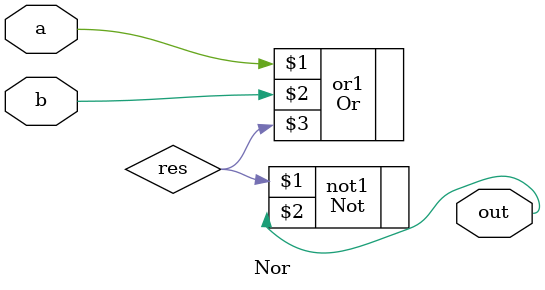
<source format=v>
`ifndef NOR_V
`define NOR_V
`include "or.v"
`include "not.v"

module Nor(input a, b, output out);
    Or or1(a, b, res);
    Not not1(res, out);
endmodule
`endif
</source>
